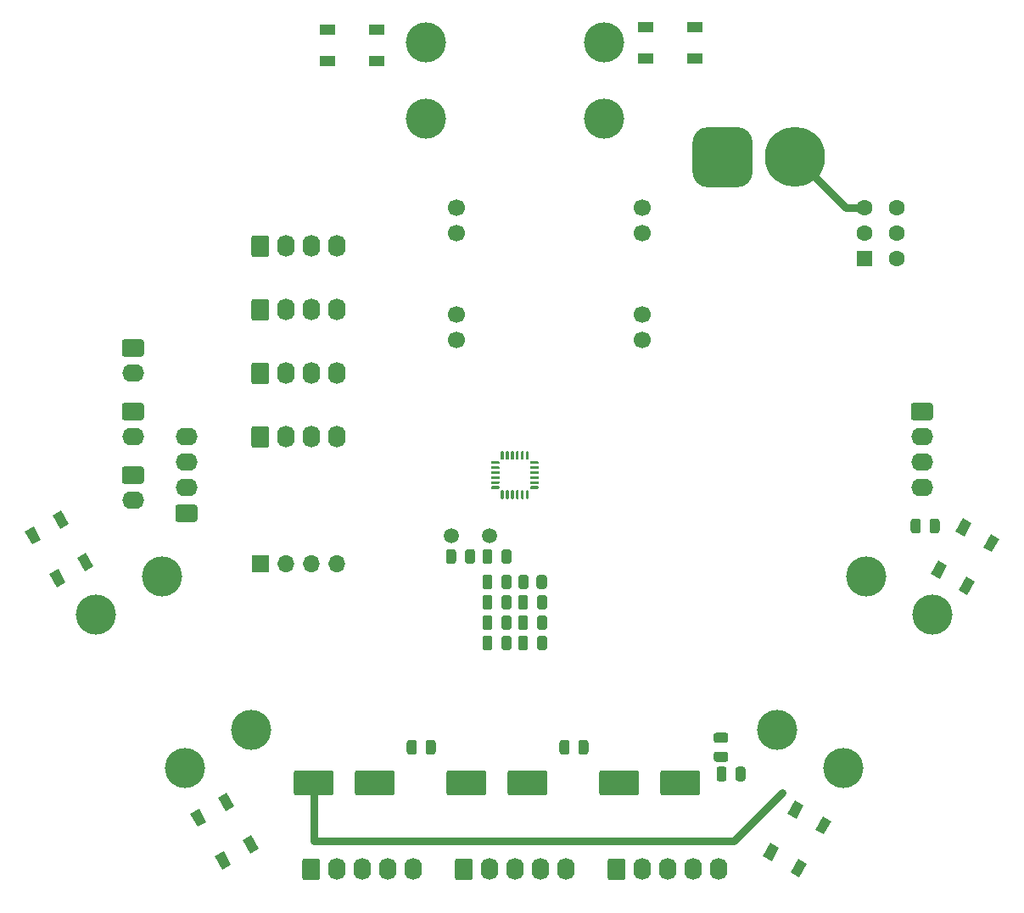
<source format=gbr>
%TF.GenerationSoftware,KiCad,Pcbnew,5.1.9-73d0e3b20d~88~ubuntu20.04.1*%
%TF.CreationDate,2021-03-24T22:26:07+08:00*%
%TF.ProjectId,elec-car,656c6563-2d63-4617-922e-6b696361645f,rev?*%
%TF.SameCoordinates,Original*%
%TF.FileFunction,Soldermask,Bot*%
%TF.FilePolarity,Negative*%
%FSLAX46Y46*%
G04 Gerber Fmt 4.6, Leading zero omitted, Abs format (unit mm)*
G04 Created by KiCad (PCBNEW 5.1.9-73d0e3b20d~88~ubuntu20.04.1) date 2021-03-24 22:26:07*
%MOMM*%
%LPD*%
G01*
G04 APERTURE LIST*
%ADD10C,0.762000*%
%ADD11O,1.700000X1.700000*%
%ADD12R,1.700000X1.700000*%
%ADD13C,0.100000*%
%ADD14R,1.500000X1.000000*%
%ADD15C,1.700000*%
%ADD16C,1.600000*%
%ADD17R,1.600000X1.600000*%
%ADD18C,6.000000*%
%ADD19C,1.500000*%
%ADD20O,1.740000X2.190000*%
%ADD21O,2.190000X1.740000*%
%ADD22C,4.000000*%
G04 APERTURE END LIST*
D10*
X191770000Y-139700000D02*
X186944000Y-144526000D01*
X198120000Y-81280000D02*
X200025000Y-81280000D01*
X193040000Y-76200000D02*
X198120000Y-81280000D01*
X145034000Y-144526000D02*
X145034000Y-139954000D01*
X186944000Y-144526000D02*
X145034000Y-144526000D01*
D11*
%TO.C,J14*%
X147320000Y-116840000D03*
X144780000Y-116840000D03*
X142240000Y-116840000D03*
D12*
X139700000Y-116840000D03*
%TD*%
D13*
%TO.C,D11*%
G36*
X193075346Y-140450719D02*
G01*
X193941372Y-140950719D01*
X193191372Y-142249757D01*
X192325346Y-141749757D01*
X193075346Y-140450719D01*
G37*
G36*
X195846628Y-142050719D02*
G01*
X196712654Y-142550719D01*
X195962654Y-143849757D01*
X195096628Y-143349757D01*
X195846628Y-142050719D01*
G37*
G36*
X190625346Y-144694243D02*
G01*
X191491372Y-145194243D01*
X190741372Y-146493281D01*
X189875346Y-145993281D01*
X190625346Y-144694243D01*
G37*
G36*
X193396628Y-146294243D02*
G01*
X194262654Y-146794243D01*
X193512654Y-148093281D01*
X192646628Y-147593281D01*
X193396628Y-146294243D01*
G37*
%TD*%
%TO.C,D10*%
G36*
X139562654Y-145231281D02*
G01*
X138696628Y-145731281D01*
X137946628Y-144432243D01*
X138812654Y-143932243D01*
X139562654Y-145231281D01*
G37*
G36*
X136791372Y-146831281D02*
G01*
X135925346Y-147331281D01*
X135175346Y-146032243D01*
X136041372Y-145532243D01*
X136791372Y-146831281D01*
G37*
G36*
X137112654Y-140987757D02*
G01*
X136246628Y-141487757D01*
X135496628Y-140188719D01*
X136362654Y-139688719D01*
X137112654Y-140987757D01*
G37*
G36*
X134341372Y-142587757D02*
G01*
X133475346Y-143087757D01*
X132725346Y-141788719D01*
X133591372Y-141288719D01*
X134341372Y-142587757D01*
G37*
%TD*%
%TO.C,D9*%
G36*
X123052654Y-117037281D02*
G01*
X122186628Y-117537281D01*
X121436628Y-116238243D01*
X122302654Y-115738243D01*
X123052654Y-117037281D01*
G37*
G36*
X120281372Y-118637281D02*
G01*
X119415346Y-119137281D01*
X118665346Y-117838243D01*
X119531372Y-117338243D01*
X120281372Y-118637281D01*
G37*
G36*
X120602654Y-112793757D02*
G01*
X119736628Y-113293757D01*
X118986628Y-111994719D01*
X119852654Y-111494719D01*
X120602654Y-112793757D01*
G37*
G36*
X117831372Y-114393757D02*
G01*
X116965346Y-114893757D01*
X116215346Y-113594719D01*
X117081372Y-113094719D01*
X117831372Y-114393757D01*
G37*
%TD*%
D14*
%TO.C,D8*%
X146394000Y-66624000D03*
X146394000Y-63424000D03*
X151294000Y-66624000D03*
X151294000Y-63424000D03*
%TD*%
%TO.C,D7*%
X178144000Y-66370000D03*
X178144000Y-63170000D03*
X183044000Y-66370000D03*
X183044000Y-63170000D03*
%TD*%
D13*
%TO.C,D6*%
G36*
X209839346Y-112256719D02*
G01*
X210705372Y-112756719D01*
X209955372Y-114055757D01*
X209089346Y-113555757D01*
X209839346Y-112256719D01*
G37*
G36*
X212610628Y-113856719D02*
G01*
X213476654Y-114356719D01*
X212726654Y-115655757D01*
X211860628Y-115155757D01*
X212610628Y-113856719D01*
G37*
G36*
X207389346Y-116500243D02*
G01*
X208255372Y-117000243D01*
X207505372Y-118299281D01*
X206639346Y-117799281D01*
X207389346Y-116500243D01*
G37*
G36*
X210160628Y-118100243D02*
G01*
X211026654Y-118600243D01*
X210276654Y-119899281D01*
X209410628Y-119399281D01*
X210160628Y-118100243D01*
G37*
%TD*%
%TO.C,C37*%
G36*
G01*
X205610000Y-112555000D02*
X205610000Y-113505000D01*
G75*
G02*
X205360000Y-113755000I-250000J0D01*
G01*
X204860000Y-113755000D01*
G75*
G02*
X204610000Y-113505000I0J250000D01*
G01*
X204610000Y-112555000D01*
G75*
G02*
X204860000Y-112305000I250000J0D01*
G01*
X205360000Y-112305000D01*
G75*
G02*
X205610000Y-112555000I0J-250000D01*
G01*
G37*
G36*
G01*
X207510000Y-112555000D02*
X207510000Y-113505000D01*
G75*
G02*
X207260000Y-113755000I-250000J0D01*
G01*
X206760000Y-113755000D01*
G75*
G02*
X206510000Y-113505000I0J250000D01*
G01*
X206510000Y-112555000D01*
G75*
G02*
X206760000Y-112305000I250000J0D01*
G01*
X207260000Y-112305000D01*
G75*
G02*
X207510000Y-112555000I0J-250000D01*
G01*
G37*
%TD*%
%TO.C,C36*%
G36*
G01*
X186240000Y-137320000D02*
X186240000Y-138270000D01*
G75*
G02*
X185990000Y-138520000I-250000J0D01*
G01*
X185490000Y-138520000D01*
G75*
G02*
X185240000Y-138270000I0J250000D01*
G01*
X185240000Y-137320000D01*
G75*
G02*
X185490000Y-137070000I250000J0D01*
G01*
X185990000Y-137070000D01*
G75*
G02*
X186240000Y-137320000I0J-250000D01*
G01*
G37*
G36*
G01*
X188140000Y-137320000D02*
X188140000Y-138270000D01*
G75*
G02*
X187890000Y-138520000I-250000J0D01*
G01*
X187390000Y-138520000D01*
G75*
G02*
X187140000Y-138270000I0J250000D01*
G01*
X187140000Y-137320000D01*
G75*
G02*
X187390000Y-137070000I250000J0D01*
G01*
X187890000Y-137070000D01*
G75*
G02*
X188140000Y-137320000I0J-250000D01*
G01*
G37*
%TD*%
D15*
%TO.C,U7*%
X159258000Y-94488000D03*
X159258000Y-91948000D03*
X159258000Y-83820000D03*
X159258000Y-81280000D03*
X177800000Y-94488000D03*
X177800000Y-91948000D03*
X177800000Y-83820000D03*
X177800000Y-81280000D03*
%TD*%
D16*
%TO.C,SW2*%
X203200000Y-81280000D03*
X203200000Y-83780000D03*
X203200000Y-86280000D03*
X200000000Y-81280000D03*
X200000000Y-83780000D03*
D17*
X200000000Y-86280000D03*
%TD*%
%TO.C,J13*%
G36*
G01*
X182840000Y-77700000D02*
X182840000Y-74700000D01*
G75*
G02*
X184340000Y-73200000I1500000J0D01*
G01*
X187340000Y-73200000D01*
G75*
G02*
X188840000Y-74700000I0J-1500000D01*
G01*
X188840000Y-77700000D01*
G75*
G02*
X187340000Y-79200000I-1500000J0D01*
G01*
X184340000Y-79200000D01*
G75*
G02*
X182840000Y-77700000I0J1500000D01*
G01*
G37*
D18*
X193040000Y-76200000D03*
%TD*%
D19*
%TO.C,Y1*%
X162560000Y-114046000D03*
X158760000Y-114046000D03*
%TD*%
%TO.C,C22*%
G36*
G01*
X163772000Y-116553000D02*
X163772000Y-115603000D01*
G75*
G02*
X164022000Y-115353000I250000J0D01*
G01*
X164522000Y-115353000D01*
G75*
G02*
X164772000Y-115603000I0J-250000D01*
G01*
X164772000Y-116553000D01*
G75*
G02*
X164522000Y-116803000I-250000J0D01*
G01*
X164022000Y-116803000D01*
G75*
G02*
X163772000Y-116553000I0J250000D01*
G01*
G37*
G36*
G01*
X161872000Y-116553000D02*
X161872000Y-115603000D01*
G75*
G02*
X162122000Y-115353000I250000J0D01*
G01*
X162622000Y-115353000D01*
G75*
G02*
X162872000Y-115603000I0J-250000D01*
G01*
X162872000Y-116553000D01*
G75*
G02*
X162622000Y-116803000I-250000J0D01*
G01*
X162122000Y-116803000D01*
G75*
G02*
X161872000Y-116553000I0J250000D01*
G01*
G37*
%TD*%
%TO.C,C17*%
G36*
G01*
X160150000Y-116553000D02*
X160150000Y-115603000D01*
G75*
G02*
X160400000Y-115353000I250000J0D01*
G01*
X160900000Y-115353000D01*
G75*
G02*
X161150000Y-115603000I0J-250000D01*
G01*
X161150000Y-116553000D01*
G75*
G02*
X160900000Y-116803000I-250000J0D01*
G01*
X160400000Y-116803000D01*
G75*
G02*
X160150000Y-116553000I0J250000D01*
G01*
G37*
G36*
G01*
X158250000Y-116553000D02*
X158250000Y-115603000D01*
G75*
G02*
X158500000Y-115353000I250000J0D01*
G01*
X159000000Y-115353000D01*
G75*
G02*
X159250000Y-115603000I0J-250000D01*
G01*
X159250000Y-116553000D01*
G75*
G02*
X159000000Y-116803000I-250000J0D01*
G01*
X158500000Y-116803000D01*
G75*
G02*
X158250000Y-116553000I0J250000D01*
G01*
G37*
%TD*%
D20*
%TO.C,J12*%
X147320000Y-85090000D03*
X144780000Y-85090000D03*
X142240000Y-85090000D03*
G36*
G01*
X138830000Y-85935001D02*
X138830000Y-84244999D01*
G75*
G02*
X139079999Y-83995000I249999J0D01*
G01*
X140320001Y-83995000D01*
G75*
G02*
X140570000Y-84244999I0J-249999D01*
G01*
X140570000Y-85935001D01*
G75*
G02*
X140320001Y-86185000I-249999J0D01*
G01*
X139079999Y-86185000D01*
G75*
G02*
X138830000Y-85935001I0J249999D01*
G01*
G37*
%TD*%
%TO.C,J11*%
X147320000Y-104140000D03*
X144780000Y-104140000D03*
X142240000Y-104140000D03*
G36*
G01*
X138830000Y-104985001D02*
X138830000Y-103294999D01*
G75*
G02*
X139079999Y-103045000I249999J0D01*
G01*
X140320001Y-103045000D01*
G75*
G02*
X140570000Y-103294999I0J-249999D01*
G01*
X140570000Y-104985001D01*
G75*
G02*
X140320001Y-105235000I-249999J0D01*
G01*
X139079999Y-105235000D01*
G75*
G02*
X138830000Y-104985001I0J249999D01*
G01*
G37*
%TD*%
%TO.C,J10*%
X147320000Y-97790000D03*
X144780000Y-97790000D03*
X142240000Y-97790000D03*
G36*
G01*
X138830000Y-98635001D02*
X138830000Y-96944999D01*
G75*
G02*
X139079999Y-96695000I249999J0D01*
G01*
X140320001Y-96695000D01*
G75*
G02*
X140570000Y-96944999I0J-249999D01*
G01*
X140570000Y-98635001D01*
G75*
G02*
X140320001Y-98885000I-249999J0D01*
G01*
X139079999Y-98885000D01*
G75*
G02*
X138830000Y-98635001I0J249999D01*
G01*
G37*
%TD*%
%TO.C,J9*%
X147320000Y-91440000D03*
X144780000Y-91440000D03*
X142240000Y-91440000D03*
G36*
G01*
X138830000Y-92285001D02*
X138830000Y-90594999D01*
G75*
G02*
X139079999Y-90345000I249999J0D01*
G01*
X140320001Y-90345000D01*
G75*
G02*
X140570000Y-90594999I0J-249999D01*
G01*
X140570000Y-92285001D01*
G75*
G02*
X140320001Y-92535000I-249999J0D01*
G01*
X139079999Y-92535000D01*
G75*
G02*
X138830000Y-92285001I0J249999D01*
G01*
G37*
%TD*%
D21*
%TO.C,J2*%
X132334000Y-104140000D03*
X132334000Y-106680000D03*
X132334000Y-109220000D03*
G36*
G01*
X133179001Y-112630000D02*
X131488999Y-112630000D01*
G75*
G02*
X131239000Y-112380001I0J249999D01*
G01*
X131239000Y-111139999D01*
G75*
G02*
X131488999Y-110890000I249999J0D01*
G01*
X133179001Y-110890000D01*
G75*
G02*
X133429000Y-111139999I0J-249999D01*
G01*
X133429000Y-112380001D01*
G75*
G02*
X133179001Y-112630000I-249999J0D01*
G01*
G37*
%TD*%
%TO.C,J1*%
X205740000Y-109220000D03*
X205740000Y-106680000D03*
X205740000Y-104140000D03*
G36*
G01*
X204894999Y-100730000D02*
X206585001Y-100730000D01*
G75*
G02*
X206835000Y-100979999I0J-249999D01*
G01*
X206835000Y-102220001D01*
G75*
G02*
X206585001Y-102470000I-249999J0D01*
G01*
X204894999Y-102470000D01*
G75*
G02*
X204645000Y-102220001I0J249999D01*
G01*
X204645000Y-100979999D01*
G75*
G02*
X204894999Y-100730000I249999J0D01*
G01*
G37*
%TD*%
%TO.C,R28*%
G36*
G01*
X167278000Y-119068001D02*
X167278000Y-118167999D01*
G75*
G02*
X167527999Y-117918000I249999J0D01*
G01*
X168053001Y-117918000D01*
G75*
G02*
X168303000Y-118167999I0J-249999D01*
G01*
X168303000Y-119068001D01*
G75*
G02*
X168053001Y-119318000I-249999J0D01*
G01*
X167527999Y-119318000D01*
G75*
G02*
X167278000Y-119068001I0J249999D01*
G01*
G37*
G36*
G01*
X165453000Y-119068001D02*
X165453000Y-118167999D01*
G75*
G02*
X165702999Y-117918000I249999J0D01*
G01*
X166228001Y-117918000D01*
G75*
G02*
X166478000Y-118167999I0J-249999D01*
G01*
X166478000Y-119068001D01*
G75*
G02*
X166228001Y-119318000I-249999J0D01*
G01*
X165702999Y-119318000D01*
G75*
G02*
X165453000Y-119068001I0J249999D01*
G01*
G37*
%TD*%
%TO.C,C12*%
G36*
G01*
X163772000Y-119093000D02*
X163772000Y-118143000D01*
G75*
G02*
X164022000Y-117893000I250000J0D01*
G01*
X164522000Y-117893000D01*
G75*
G02*
X164772000Y-118143000I0J-250000D01*
G01*
X164772000Y-119093000D01*
G75*
G02*
X164522000Y-119343000I-250000J0D01*
G01*
X164022000Y-119343000D01*
G75*
G02*
X163772000Y-119093000I0J250000D01*
G01*
G37*
G36*
G01*
X161872000Y-119093000D02*
X161872000Y-118143000D01*
G75*
G02*
X162122000Y-117893000I250000J0D01*
G01*
X162622000Y-117893000D01*
G75*
G02*
X162872000Y-118143000I0J-250000D01*
G01*
X162872000Y-119093000D01*
G75*
G02*
X162622000Y-119343000I-250000J0D01*
G01*
X162122000Y-119343000D01*
G75*
G02*
X161872000Y-119093000I0J250000D01*
G01*
G37*
%TD*%
%TO.C,C21*%
G36*
G01*
X179610000Y-139684000D02*
X179610000Y-137684000D01*
G75*
G02*
X179860000Y-137434000I250000J0D01*
G01*
X183360000Y-137434000D01*
G75*
G02*
X183610000Y-137684000I0J-250000D01*
G01*
X183610000Y-139684000D01*
G75*
G02*
X183360000Y-139934000I-250000J0D01*
G01*
X179860000Y-139934000D01*
G75*
G02*
X179610000Y-139684000I0J250000D01*
G01*
G37*
G36*
G01*
X173510000Y-139684000D02*
X173510000Y-137684000D01*
G75*
G02*
X173760000Y-137434000I250000J0D01*
G01*
X177260000Y-137434000D01*
G75*
G02*
X177510000Y-137684000I0J-250000D01*
G01*
X177510000Y-139684000D01*
G75*
G02*
X177260000Y-139934000I-250000J0D01*
G01*
X173760000Y-139934000D01*
G75*
G02*
X173510000Y-139684000I0J250000D01*
G01*
G37*
%TD*%
D22*
%TO.C,U15*%
X191302705Y-133428966D03*
X197901818Y-137238966D03*
X206791818Y-121841034D03*
X200192705Y-118031034D03*
%TD*%
%TO.C,U14*%
X129880295Y-118031034D03*
X123281182Y-121841034D03*
X132171182Y-137238966D03*
X138770295Y-133428966D03*
%TD*%
%TO.C,U13*%
X173990000Y-72390000D03*
X173990000Y-64770000D03*
X156210000Y-64770000D03*
X156210000Y-72390000D03*
%TD*%
%TO.C,U2*%
G36*
G01*
X163775000Y-109475000D02*
X163925000Y-109475000D01*
G75*
G02*
X164000000Y-109550000I0J-75000D01*
G01*
X164000000Y-110250000D01*
G75*
G02*
X163925000Y-110325000I-75000J0D01*
G01*
X163775000Y-110325000D01*
G75*
G02*
X163700000Y-110250000I0J75000D01*
G01*
X163700000Y-109550000D01*
G75*
G02*
X163775000Y-109475000I75000J0D01*
G01*
G37*
G36*
G01*
X164275000Y-109475000D02*
X164425000Y-109475000D01*
G75*
G02*
X164500000Y-109550000I0J-75000D01*
G01*
X164500000Y-110250000D01*
G75*
G02*
X164425000Y-110325000I-75000J0D01*
G01*
X164275000Y-110325000D01*
G75*
G02*
X164200000Y-110250000I0J75000D01*
G01*
X164200000Y-109550000D01*
G75*
G02*
X164275000Y-109475000I75000J0D01*
G01*
G37*
G36*
G01*
X164775000Y-109475000D02*
X164925000Y-109475000D01*
G75*
G02*
X165000000Y-109550000I0J-75000D01*
G01*
X165000000Y-110250000D01*
G75*
G02*
X164925000Y-110325000I-75000J0D01*
G01*
X164775000Y-110325000D01*
G75*
G02*
X164700000Y-110250000I0J75000D01*
G01*
X164700000Y-109550000D01*
G75*
G02*
X164775000Y-109475000I75000J0D01*
G01*
G37*
G36*
G01*
X165275000Y-109475000D02*
X165425000Y-109475000D01*
G75*
G02*
X165500000Y-109550000I0J-75000D01*
G01*
X165500000Y-110250000D01*
G75*
G02*
X165425000Y-110325000I-75000J0D01*
G01*
X165275000Y-110325000D01*
G75*
G02*
X165200000Y-110250000I0J75000D01*
G01*
X165200000Y-109550000D01*
G75*
G02*
X165275000Y-109475000I75000J0D01*
G01*
G37*
G36*
G01*
X165775000Y-109475000D02*
X165925000Y-109475000D01*
G75*
G02*
X166000000Y-109550000I0J-75000D01*
G01*
X166000000Y-110250000D01*
G75*
G02*
X165925000Y-110325000I-75000J0D01*
G01*
X165775000Y-110325000D01*
G75*
G02*
X165700000Y-110250000I0J75000D01*
G01*
X165700000Y-109550000D01*
G75*
G02*
X165775000Y-109475000I75000J0D01*
G01*
G37*
G36*
G01*
X166275000Y-109475000D02*
X166425000Y-109475000D01*
G75*
G02*
X166500000Y-109550000I0J-75000D01*
G01*
X166500000Y-110250000D01*
G75*
G02*
X166425000Y-110325000I-75000J0D01*
G01*
X166275000Y-110325000D01*
G75*
G02*
X166200000Y-110250000I0J75000D01*
G01*
X166200000Y-109550000D01*
G75*
G02*
X166275000Y-109475000I75000J0D01*
G01*
G37*
G36*
G01*
X166625000Y-109275000D02*
X166625000Y-109125000D01*
G75*
G02*
X166700000Y-109050000I75000J0D01*
G01*
X167400000Y-109050000D01*
G75*
G02*
X167475000Y-109125000I0J-75000D01*
G01*
X167475000Y-109275000D01*
G75*
G02*
X167400000Y-109350000I-75000J0D01*
G01*
X166700000Y-109350000D01*
G75*
G02*
X166625000Y-109275000I0J75000D01*
G01*
G37*
G36*
G01*
X166625000Y-108775000D02*
X166625000Y-108625000D01*
G75*
G02*
X166700000Y-108550000I75000J0D01*
G01*
X167400000Y-108550000D01*
G75*
G02*
X167475000Y-108625000I0J-75000D01*
G01*
X167475000Y-108775000D01*
G75*
G02*
X167400000Y-108850000I-75000J0D01*
G01*
X166700000Y-108850000D01*
G75*
G02*
X166625000Y-108775000I0J75000D01*
G01*
G37*
G36*
G01*
X166625000Y-108275000D02*
X166625000Y-108125000D01*
G75*
G02*
X166700000Y-108050000I75000J0D01*
G01*
X167400000Y-108050000D01*
G75*
G02*
X167475000Y-108125000I0J-75000D01*
G01*
X167475000Y-108275000D01*
G75*
G02*
X167400000Y-108350000I-75000J0D01*
G01*
X166700000Y-108350000D01*
G75*
G02*
X166625000Y-108275000I0J75000D01*
G01*
G37*
G36*
G01*
X166625000Y-107775000D02*
X166625000Y-107625000D01*
G75*
G02*
X166700000Y-107550000I75000J0D01*
G01*
X167400000Y-107550000D01*
G75*
G02*
X167475000Y-107625000I0J-75000D01*
G01*
X167475000Y-107775000D01*
G75*
G02*
X167400000Y-107850000I-75000J0D01*
G01*
X166700000Y-107850000D01*
G75*
G02*
X166625000Y-107775000I0J75000D01*
G01*
G37*
G36*
G01*
X166625000Y-107275000D02*
X166625000Y-107125000D01*
G75*
G02*
X166700000Y-107050000I75000J0D01*
G01*
X167400000Y-107050000D01*
G75*
G02*
X167475000Y-107125000I0J-75000D01*
G01*
X167475000Y-107275000D01*
G75*
G02*
X167400000Y-107350000I-75000J0D01*
G01*
X166700000Y-107350000D01*
G75*
G02*
X166625000Y-107275000I0J75000D01*
G01*
G37*
G36*
G01*
X166625000Y-106775000D02*
X166625000Y-106625000D01*
G75*
G02*
X166700000Y-106550000I75000J0D01*
G01*
X167400000Y-106550000D01*
G75*
G02*
X167475000Y-106625000I0J-75000D01*
G01*
X167475000Y-106775000D01*
G75*
G02*
X167400000Y-106850000I-75000J0D01*
G01*
X166700000Y-106850000D01*
G75*
G02*
X166625000Y-106775000I0J75000D01*
G01*
G37*
G36*
G01*
X166275000Y-105575000D02*
X166425000Y-105575000D01*
G75*
G02*
X166500000Y-105650000I0J-75000D01*
G01*
X166500000Y-106350000D01*
G75*
G02*
X166425000Y-106425000I-75000J0D01*
G01*
X166275000Y-106425000D01*
G75*
G02*
X166200000Y-106350000I0J75000D01*
G01*
X166200000Y-105650000D01*
G75*
G02*
X166275000Y-105575000I75000J0D01*
G01*
G37*
G36*
G01*
X165775000Y-105575000D02*
X165925000Y-105575000D01*
G75*
G02*
X166000000Y-105650000I0J-75000D01*
G01*
X166000000Y-106350000D01*
G75*
G02*
X165925000Y-106425000I-75000J0D01*
G01*
X165775000Y-106425000D01*
G75*
G02*
X165700000Y-106350000I0J75000D01*
G01*
X165700000Y-105650000D01*
G75*
G02*
X165775000Y-105575000I75000J0D01*
G01*
G37*
G36*
G01*
X165275000Y-105575000D02*
X165425000Y-105575000D01*
G75*
G02*
X165500000Y-105650000I0J-75000D01*
G01*
X165500000Y-106350000D01*
G75*
G02*
X165425000Y-106425000I-75000J0D01*
G01*
X165275000Y-106425000D01*
G75*
G02*
X165200000Y-106350000I0J75000D01*
G01*
X165200000Y-105650000D01*
G75*
G02*
X165275000Y-105575000I75000J0D01*
G01*
G37*
G36*
G01*
X164775000Y-105575000D02*
X164925000Y-105575000D01*
G75*
G02*
X165000000Y-105650000I0J-75000D01*
G01*
X165000000Y-106350000D01*
G75*
G02*
X164925000Y-106425000I-75000J0D01*
G01*
X164775000Y-106425000D01*
G75*
G02*
X164700000Y-106350000I0J75000D01*
G01*
X164700000Y-105650000D01*
G75*
G02*
X164775000Y-105575000I75000J0D01*
G01*
G37*
G36*
G01*
X164275000Y-105575000D02*
X164425000Y-105575000D01*
G75*
G02*
X164500000Y-105650000I0J-75000D01*
G01*
X164500000Y-106350000D01*
G75*
G02*
X164425000Y-106425000I-75000J0D01*
G01*
X164275000Y-106425000D01*
G75*
G02*
X164200000Y-106350000I0J75000D01*
G01*
X164200000Y-105650000D01*
G75*
G02*
X164275000Y-105575000I75000J0D01*
G01*
G37*
G36*
G01*
X163775000Y-105575000D02*
X163925000Y-105575000D01*
G75*
G02*
X164000000Y-105650000I0J-75000D01*
G01*
X164000000Y-106350000D01*
G75*
G02*
X163925000Y-106425000I-75000J0D01*
G01*
X163775000Y-106425000D01*
G75*
G02*
X163700000Y-106350000I0J75000D01*
G01*
X163700000Y-105650000D01*
G75*
G02*
X163775000Y-105575000I75000J0D01*
G01*
G37*
G36*
G01*
X162725000Y-106775000D02*
X162725000Y-106625000D01*
G75*
G02*
X162800000Y-106550000I75000J0D01*
G01*
X163500000Y-106550000D01*
G75*
G02*
X163575000Y-106625000I0J-75000D01*
G01*
X163575000Y-106775000D01*
G75*
G02*
X163500000Y-106850000I-75000J0D01*
G01*
X162800000Y-106850000D01*
G75*
G02*
X162725000Y-106775000I0J75000D01*
G01*
G37*
G36*
G01*
X162725000Y-107275000D02*
X162725000Y-107125000D01*
G75*
G02*
X162800000Y-107050000I75000J0D01*
G01*
X163500000Y-107050000D01*
G75*
G02*
X163575000Y-107125000I0J-75000D01*
G01*
X163575000Y-107275000D01*
G75*
G02*
X163500000Y-107350000I-75000J0D01*
G01*
X162800000Y-107350000D01*
G75*
G02*
X162725000Y-107275000I0J75000D01*
G01*
G37*
G36*
G01*
X162725000Y-107775000D02*
X162725000Y-107625000D01*
G75*
G02*
X162800000Y-107550000I75000J0D01*
G01*
X163500000Y-107550000D01*
G75*
G02*
X163575000Y-107625000I0J-75000D01*
G01*
X163575000Y-107775000D01*
G75*
G02*
X163500000Y-107850000I-75000J0D01*
G01*
X162800000Y-107850000D01*
G75*
G02*
X162725000Y-107775000I0J75000D01*
G01*
G37*
G36*
G01*
X162725000Y-108275000D02*
X162725000Y-108125000D01*
G75*
G02*
X162800000Y-108050000I75000J0D01*
G01*
X163500000Y-108050000D01*
G75*
G02*
X163575000Y-108125000I0J-75000D01*
G01*
X163575000Y-108275000D01*
G75*
G02*
X163500000Y-108350000I-75000J0D01*
G01*
X162800000Y-108350000D01*
G75*
G02*
X162725000Y-108275000I0J75000D01*
G01*
G37*
G36*
G01*
X162725000Y-108775000D02*
X162725000Y-108625000D01*
G75*
G02*
X162800000Y-108550000I75000J0D01*
G01*
X163500000Y-108550000D01*
G75*
G02*
X163575000Y-108625000I0J-75000D01*
G01*
X163575000Y-108775000D01*
G75*
G02*
X163500000Y-108850000I-75000J0D01*
G01*
X162800000Y-108850000D01*
G75*
G02*
X162725000Y-108775000I0J75000D01*
G01*
G37*
G36*
G01*
X162725000Y-109275000D02*
X162725000Y-109125000D01*
G75*
G02*
X162800000Y-109050000I75000J0D01*
G01*
X163500000Y-109050000D01*
G75*
G02*
X163575000Y-109125000I0J-75000D01*
G01*
X163575000Y-109275000D01*
G75*
G02*
X163500000Y-109350000I-75000J0D01*
G01*
X162800000Y-109350000D01*
G75*
G02*
X162725000Y-109275000I0J75000D01*
G01*
G37*
%TD*%
D21*
%TO.C,J8*%
X127000000Y-97790000D03*
G36*
G01*
X126154999Y-94380000D02*
X127845001Y-94380000D01*
G75*
G02*
X128095000Y-94629999I0J-249999D01*
G01*
X128095000Y-95870001D01*
G75*
G02*
X127845001Y-96120000I-249999J0D01*
G01*
X126154999Y-96120000D01*
G75*
G02*
X125905000Y-95870001I0J249999D01*
G01*
X125905000Y-94629999D01*
G75*
G02*
X126154999Y-94380000I249999J0D01*
G01*
G37*
%TD*%
D20*
%TO.C,J7*%
X185420000Y-147320000D03*
X182880000Y-147320000D03*
X180340000Y-147320000D03*
X177800000Y-147320000D03*
G36*
G01*
X174390000Y-148165001D02*
X174390000Y-146474999D01*
G75*
G02*
X174639999Y-146225000I249999J0D01*
G01*
X175880001Y-146225000D01*
G75*
G02*
X176130000Y-146474999I0J-249999D01*
G01*
X176130000Y-148165001D01*
G75*
G02*
X175880001Y-148415000I-249999J0D01*
G01*
X174639999Y-148415000D01*
G75*
G02*
X174390000Y-148165001I0J249999D01*
G01*
G37*
%TD*%
D21*
%TO.C,J6*%
X127000000Y-104140000D03*
G36*
G01*
X126154999Y-100730000D02*
X127845001Y-100730000D01*
G75*
G02*
X128095000Y-100979999I0J-249999D01*
G01*
X128095000Y-102220001D01*
G75*
G02*
X127845001Y-102470000I-249999J0D01*
G01*
X126154999Y-102470000D01*
G75*
G02*
X125905000Y-102220001I0J249999D01*
G01*
X125905000Y-100979999D01*
G75*
G02*
X126154999Y-100730000I249999J0D01*
G01*
G37*
%TD*%
D20*
%TO.C,J5*%
X154940000Y-147320000D03*
X152400000Y-147320000D03*
X149860000Y-147320000D03*
X147320000Y-147320000D03*
G36*
G01*
X143910000Y-148165001D02*
X143910000Y-146474999D01*
G75*
G02*
X144159999Y-146225000I249999J0D01*
G01*
X145400001Y-146225000D01*
G75*
G02*
X145650000Y-146474999I0J-249999D01*
G01*
X145650000Y-148165001D01*
G75*
G02*
X145400001Y-148415000I-249999J0D01*
G01*
X144159999Y-148415000D01*
G75*
G02*
X143910000Y-148165001I0J249999D01*
G01*
G37*
%TD*%
D21*
%TO.C,J4*%
X127000000Y-110490000D03*
G36*
G01*
X126154999Y-107080000D02*
X127845001Y-107080000D01*
G75*
G02*
X128095000Y-107329999I0J-249999D01*
G01*
X128095000Y-108570001D01*
G75*
G02*
X127845001Y-108820000I-249999J0D01*
G01*
X126154999Y-108820000D01*
G75*
G02*
X125905000Y-108570001I0J249999D01*
G01*
X125905000Y-107329999D01*
G75*
G02*
X126154999Y-107080000I249999J0D01*
G01*
G37*
%TD*%
D20*
%TO.C,J3*%
X170180000Y-147320000D03*
X167640000Y-147320000D03*
X165100000Y-147320000D03*
X162560000Y-147320000D03*
G36*
G01*
X159150000Y-148165001D02*
X159150000Y-146474999D01*
G75*
G02*
X159399999Y-146225000I249999J0D01*
G01*
X160640001Y-146225000D01*
G75*
G02*
X160890000Y-146474999I0J-249999D01*
G01*
X160890000Y-148165001D01*
G75*
G02*
X160640001Y-148415000I-249999J0D01*
G01*
X159399999Y-148415000D01*
G75*
G02*
X159150000Y-148165001I0J249999D01*
G01*
G37*
%TD*%
%TO.C,C25*%
G36*
G01*
X185199000Y-135578000D02*
X186149000Y-135578000D01*
G75*
G02*
X186399000Y-135828000I0J-250000D01*
G01*
X186399000Y-136328000D01*
G75*
G02*
X186149000Y-136578000I-250000J0D01*
G01*
X185199000Y-136578000D01*
G75*
G02*
X184949000Y-136328000I0J250000D01*
G01*
X184949000Y-135828000D01*
G75*
G02*
X185199000Y-135578000I250000J0D01*
G01*
G37*
G36*
G01*
X185199000Y-133678000D02*
X186149000Y-133678000D01*
G75*
G02*
X186399000Y-133928000I0J-250000D01*
G01*
X186399000Y-134428000D01*
G75*
G02*
X186149000Y-134678000I-250000J0D01*
G01*
X185199000Y-134678000D01*
G75*
G02*
X184949000Y-134428000I0J250000D01*
G01*
X184949000Y-133928000D01*
G75*
G02*
X185199000Y-133678000I250000J0D01*
G01*
G37*
%TD*%
%TO.C,C20*%
G36*
G01*
X155318000Y-134653000D02*
X155318000Y-135603000D01*
G75*
G02*
X155068000Y-135853000I-250000J0D01*
G01*
X154568000Y-135853000D01*
G75*
G02*
X154318000Y-135603000I0J250000D01*
G01*
X154318000Y-134653000D01*
G75*
G02*
X154568000Y-134403000I250000J0D01*
G01*
X155068000Y-134403000D01*
G75*
G02*
X155318000Y-134653000I0J-250000D01*
G01*
G37*
G36*
G01*
X157218000Y-134653000D02*
X157218000Y-135603000D01*
G75*
G02*
X156968000Y-135853000I-250000J0D01*
G01*
X156468000Y-135853000D01*
G75*
G02*
X156218000Y-135603000I0J250000D01*
G01*
X156218000Y-134653000D01*
G75*
G02*
X156468000Y-134403000I250000J0D01*
G01*
X156968000Y-134403000D01*
G75*
G02*
X157218000Y-134653000I0J-250000D01*
G01*
G37*
%TD*%
%TO.C,C16*%
G36*
G01*
X149130000Y-139684000D02*
X149130000Y-137684000D01*
G75*
G02*
X149380000Y-137434000I250000J0D01*
G01*
X152880000Y-137434000D01*
G75*
G02*
X153130000Y-137684000I0J-250000D01*
G01*
X153130000Y-139684000D01*
G75*
G02*
X152880000Y-139934000I-250000J0D01*
G01*
X149380000Y-139934000D01*
G75*
G02*
X149130000Y-139684000I0J250000D01*
G01*
G37*
G36*
G01*
X143030000Y-139684000D02*
X143030000Y-137684000D01*
G75*
G02*
X143280000Y-137434000I250000J0D01*
G01*
X146780000Y-137434000D01*
G75*
G02*
X147030000Y-137684000I0J-250000D01*
G01*
X147030000Y-139684000D01*
G75*
G02*
X146780000Y-139934000I-250000J0D01*
G01*
X143280000Y-139934000D01*
G75*
G02*
X143030000Y-139684000I0J250000D01*
G01*
G37*
%TD*%
%TO.C,C15*%
G36*
G01*
X170558000Y-134653000D02*
X170558000Y-135603000D01*
G75*
G02*
X170308000Y-135853000I-250000J0D01*
G01*
X169808000Y-135853000D01*
G75*
G02*
X169558000Y-135603000I0J250000D01*
G01*
X169558000Y-134653000D01*
G75*
G02*
X169808000Y-134403000I250000J0D01*
G01*
X170308000Y-134403000D01*
G75*
G02*
X170558000Y-134653000I0J-250000D01*
G01*
G37*
G36*
G01*
X172458000Y-134653000D02*
X172458000Y-135603000D01*
G75*
G02*
X172208000Y-135853000I-250000J0D01*
G01*
X171708000Y-135853000D01*
G75*
G02*
X171458000Y-135603000I0J250000D01*
G01*
X171458000Y-134653000D01*
G75*
G02*
X171708000Y-134403000I250000J0D01*
G01*
X172208000Y-134403000D01*
G75*
G02*
X172458000Y-134653000I0J-250000D01*
G01*
G37*
%TD*%
%TO.C,C11*%
G36*
G01*
X164370000Y-139684000D02*
X164370000Y-137684000D01*
G75*
G02*
X164620000Y-137434000I250000J0D01*
G01*
X168120000Y-137434000D01*
G75*
G02*
X168370000Y-137684000I0J-250000D01*
G01*
X168370000Y-139684000D01*
G75*
G02*
X168120000Y-139934000I-250000J0D01*
G01*
X164620000Y-139934000D01*
G75*
G02*
X164370000Y-139684000I0J250000D01*
G01*
G37*
G36*
G01*
X158270000Y-139684000D02*
X158270000Y-137684000D01*
G75*
G02*
X158520000Y-137434000I250000J0D01*
G01*
X162020000Y-137434000D01*
G75*
G02*
X162270000Y-137684000I0J-250000D01*
G01*
X162270000Y-139684000D01*
G75*
G02*
X162020000Y-139934000I-250000J0D01*
G01*
X158520000Y-139934000D01*
G75*
G02*
X158270000Y-139684000I0J250000D01*
G01*
G37*
%TD*%
%TO.C,C8*%
G36*
G01*
X163772000Y-125189000D02*
X163772000Y-124239000D01*
G75*
G02*
X164022000Y-123989000I250000J0D01*
G01*
X164522000Y-123989000D01*
G75*
G02*
X164772000Y-124239000I0J-250000D01*
G01*
X164772000Y-125189000D01*
G75*
G02*
X164522000Y-125439000I-250000J0D01*
G01*
X164022000Y-125439000D01*
G75*
G02*
X163772000Y-125189000I0J250000D01*
G01*
G37*
G36*
G01*
X161872000Y-125189000D02*
X161872000Y-124239000D01*
G75*
G02*
X162122000Y-123989000I250000J0D01*
G01*
X162622000Y-123989000D01*
G75*
G02*
X162872000Y-124239000I0J-250000D01*
G01*
X162872000Y-125189000D01*
G75*
G02*
X162622000Y-125439000I-250000J0D01*
G01*
X162122000Y-125439000D01*
G75*
G02*
X161872000Y-125189000I0J250000D01*
G01*
G37*
%TD*%
%TO.C,C5*%
G36*
G01*
X166428000Y-124239000D02*
X166428000Y-125189000D01*
G75*
G02*
X166178000Y-125439000I-250000J0D01*
G01*
X165678000Y-125439000D01*
G75*
G02*
X165428000Y-125189000I0J250000D01*
G01*
X165428000Y-124239000D01*
G75*
G02*
X165678000Y-123989000I250000J0D01*
G01*
X166178000Y-123989000D01*
G75*
G02*
X166428000Y-124239000I0J-250000D01*
G01*
G37*
G36*
G01*
X168328000Y-124239000D02*
X168328000Y-125189000D01*
G75*
G02*
X168078000Y-125439000I-250000J0D01*
G01*
X167578000Y-125439000D01*
G75*
G02*
X167328000Y-125189000I0J250000D01*
G01*
X167328000Y-124239000D01*
G75*
G02*
X167578000Y-123989000I250000J0D01*
G01*
X168078000Y-123989000D01*
G75*
G02*
X168328000Y-124239000I0J-250000D01*
G01*
G37*
%TD*%
%TO.C,C4*%
G36*
G01*
X163772000Y-123157000D02*
X163772000Y-122207000D01*
G75*
G02*
X164022000Y-121957000I250000J0D01*
G01*
X164522000Y-121957000D01*
G75*
G02*
X164772000Y-122207000I0J-250000D01*
G01*
X164772000Y-123157000D01*
G75*
G02*
X164522000Y-123407000I-250000J0D01*
G01*
X164022000Y-123407000D01*
G75*
G02*
X163772000Y-123157000I0J250000D01*
G01*
G37*
G36*
G01*
X161872000Y-123157000D02*
X161872000Y-122207000D01*
G75*
G02*
X162122000Y-121957000I250000J0D01*
G01*
X162622000Y-121957000D01*
G75*
G02*
X162872000Y-122207000I0J-250000D01*
G01*
X162872000Y-123157000D01*
G75*
G02*
X162622000Y-123407000I-250000J0D01*
G01*
X162122000Y-123407000D01*
G75*
G02*
X161872000Y-123157000I0J250000D01*
G01*
G37*
%TD*%
%TO.C,C3*%
G36*
G01*
X166428000Y-122207000D02*
X166428000Y-123157000D01*
G75*
G02*
X166178000Y-123407000I-250000J0D01*
G01*
X165678000Y-123407000D01*
G75*
G02*
X165428000Y-123157000I0J250000D01*
G01*
X165428000Y-122207000D01*
G75*
G02*
X165678000Y-121957000I250000J0D01*
G01*
X166178000Y-121957000D01*
G75*
G02*
X166428000Y-122207000I0J-250000D01*
G01*
G37*
G36*
G01*
X168328000Y-122207000D02*
X168328000Y-123157000D01*
G75*
G02*
X168078000Y-123407000I-250000J0D01*
G01*
X167578000Y-123407000D01*
G75*
G02*
X167328000Y-123157000I0J250000D01*
G01*
X167328000Y-122207000D01*
G75*
G02*
X167578000Y-121957000I250000J0D01*
G01*
X168078000Y-121957000D01*
G75*
G02*
X168328000Y-122207000I0J-250000D01*
G01*
G37*
%TD*%
%TO.C,C2*%
G36*
G01*
X166428000Y-120175000D02*
X166428000Y-121125000D01*
G75*
G02*
X166178000Y-121375000I-250000J0D01*
G01*
X165678000Y-121375000D01*
G75*
G02*
X165428000Y-121125000I0J250000D01*
G01*
X165428000Y-120175000D01*
G75*
G02*
X165678000Y-119925000I250000J0D01*
G01*
X166178000Y-119925000D01*
G75*
G02*
X166428000Y-120175000I0J-250000D01*
G01*
G37*
G36*
G01*
X168328000Y-120175000D02*
X168328000Y-121125000D01*
G75*
G02*
X168078000Y-121375000I-250000J0D01*
G01*
X167578000Y-121375000D01*
G75*
G02*
X167328000Y-121125000I0J250000D01*
G01*
X167328000Y-120175000D01*
G75*
G02*
X167578000Y-119925000I250000J0D01*
G01*
X168078000Y-119925000D01*
G75*
G02*
X168328000Y-120175000I0J-250000D01*
G01*
G37*
%TD*%
%TO.C,C1*%
G36*
G01*
X163772000Y-121125000D02*
X163772000Y-120175000D01*
G75*
G02*
X164022000Y-119925000I250000J0D01*
G01*
X164522000Y-119925000D01*
G75*
G02*
X164772000Y-120175000I0J-250000D01*
G01*
X164772000Y-121125000D01*
G75*
G02*
X164522000Y-121375000I-250000J0D01*
G01*
X164022000Y-121375000D01*
G75*
G02*
X163772000Y-121125000I0J250000D01*
G01*
G37*
G36*
G01*
X161872000Y-121125000D02*
X161872000Y-120175000D01*
G75*
G02*
X162122000Y-119925000I250000J0D01*
G01*
X162622000Y-119925000D01*
G75*
G02*
X162872000Y-120175000I0J-250000D01*
G01*
X162872000Y-121125000D01*
G75*
G02*
X162622000Y-121375000I-250000J0D01*
G01*
X162122000Y-121375000D01*
G75*
G02*
X161872000Y-121125000I0J250000D01*
G01*
G37*
%TD*%
M02*

</source>
